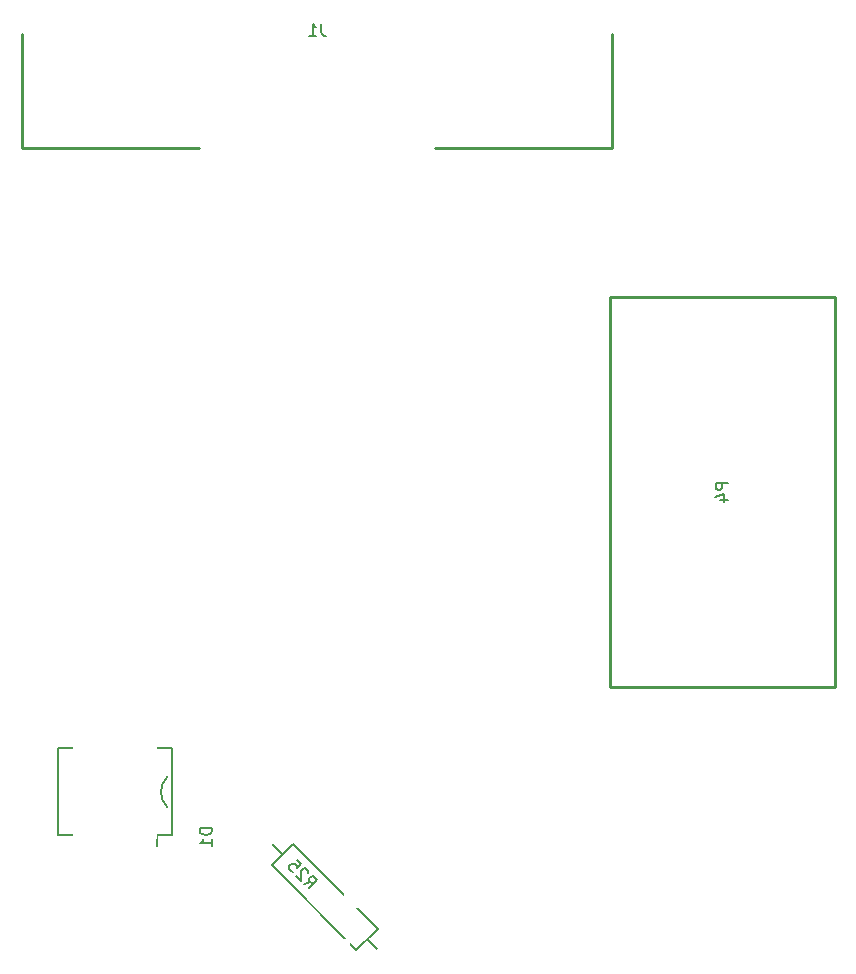
<source format=gbo>
G04 #@! TF.FileFunction,Legend,Bot*
%FSLAX46Y46*%
G04 Gerber Fmt 4.6, Leading zero omitted, Abs format (unit mm)*
G04 Created by KiCad (PCBNEW 4.0.1-3.201512221402+6198~38~ubuntu15.04.1-stable) date Tue 02 Feb 2016 09:09:18 AM EST*
%MOMM*%
G01*
G04 APERTURE LIST*
%ADD10C,0.100000*%
%ADD11C,0.150000*%
%ADD12C,0.254000*%
%ADD13C,2.305000*%
%ADD14C,2.398980*%
%ADD15C,1.924000*%
%ADD16O,2.000000X2.000000*%
%ADD17R,1.797000X1.797000*%
%ADD18C,1.797000*%
%ADD19C,2.940000*%
%ADD20C,1.900000*%
%ADD21R,2.432000X2.432000*%
%ADD22O,2.432000X2.432000*%
%ADD23R,2.127200X2.432000*%
%ADD24O,2.127200X2.432000*%
%ADD25C,2.178000*%
%ADD26R,2.224000X1.924000*%
%ADD27O,2.224000X1.924000*%
%ADD28C,5.480000*%
%ADD29R,1.700000X1.700000*%
%ADD30C,1.700000*%
%ADD31R,2.940000X2.940000*%
%ADD32R,1.800000X1.800000*%
%ADD33C,1.800000*%
%ADD34C,3.448000*%
%ADD35C,3.702000*%
%ADD36C,1.543000*%
%ADD37C,4.210000*%
%ADD38C,6.750000*%
G04 APERTURE END LIST*
D10*
D11*
X171450000Y-107315000D02*
G75*
G02X171450000Y-104775000I1270000J1270000D01*
G01*
X171840000Y-109720000D02*
X170570000Y-109720000D01*
X171840000Y-102370000D02*
X170570000Y-102370000D01*
X162170000Y-102370000D02*
X163440000Y-102370000D01*
X162170000Y-109720000D02*
X163440000Y-109720000D01*
X171840000Y-109720000D02*
X171840000Y-102370000D01*
X162170000Y-109720000D02*
X162170000Y-102370000D01*
X170570000Y-109720000D02*
X170570000Y-110655000D01*
X189275128Y-117629077D02*
X187479077Y-119425128D01*
X187479077Y-119425128D02*
X180294872Y-112240923D01*
X180294872Y-112240923D02*
X182090923Y-110444872D01*
X182090923Y-110444872D02*
X189275128Y-117629077D01*
X180294872Y-110444872D02*
X181192898Y-111342898D01*
X189275128Y-119425128D02*
X188377102Y-118527102D01*
D12*
X227965000Y-97155000D02*
X227965000Y-64135000D01*
X227965000Y-64135000D02*
X208915000Y-64135000D01*
X208915000Y-64135000D02*
X208915000Y-97155000D01*
X208915000Y-97155000D02*
X227965000Y-97155000D01*
X174150000Y-51559993D02*
X159150000Y-51559993D01*
X159150000Y-51559993D02*
X159150000Y-41910000D01*
X209150000Y-51559993D02*
X194150000Y-51559993D01*
X209150000Y-41910000D02*
X209150000Y-51559993D01*
D11*
X175217381Y-109116905D02*
X174217381Y-109116905D01*
X174217381Y-109355000D01*
X174265000Y-109497858D01*
X174360238Y-109593096D01*
X174455476Y-109640715D01*
X174645952Y-109688334D01*
X174788810Y-109688334D01*
X174979286Y-109640715D01*
X175074524Y-109593096D01*
X175169762Y-109497858D01*
X175217381Y-109355000D01*
X175217381Y-109116905D01*
X175217381Y-110640715D02*
X175217381Y-110069286D01*
X175217381Y-110355000D02*
X174217381Y-110355000D01*
X174360238Y-110259762D01*
X174455476Y-110164524D01*
X174503095Y-110069286D01*
X183014687Y-113804450D02*
X183587107Y-113703435D01*
X183418748Y-114208512D02*
X184125855Y-113501405D01*
X183856481Y-113232030D01*
X183755465Y-113198359D01*
X183688122Y-113198359D01*
X183587107Y-113232030D01*
X183486092Y-113333045D01*
X183452420Y-113434061D01*
X183452420Y-113501404D01*
X183486092Y-113602419D01*
X183755466Y-113871794D01*
X183385076Y-112895313D02*
X183385076Y-112827970D01*
X183351405Y-112726955D01*
X183183045Y-112558595D01*
X183082030Y-112524924D01*
X183014687Y-112524924D01*
X182913672Y-112558595D01*
X182846328Y-112625939D01*
X182778985Y-112760626D01*
X182778985Y-113568748D01*
X182341252Y-113131015D01*
X182408595Y-111784145D02*
X182745313Y-112120863D01*
X182442268Y-112491252D01*
X182442268Y-112423908D01*
X182408596Y-112322893D01*
X182240237Y-112154534D01*
X182139222Y-112120862D01*
X182071878Y-112120862D01*
X181970862Y-112154535D01*
X181802504Y-112322893D01*
X181768832Y-112423908D01*
X181768832Y-112491252D01*
X181802504Y-112592267D01*
X181970863Y-112760626D01*
X182071878Y-112794298D01*
X182139222Y-112794298D01*
X218892381Y-79906905D02*
X217892381Y-79906905D01*
X217892381Y-80287858D01*
X217940000Y-80383096D01*
X217987619Y-80430715D01*
X218082857Y-80478334D01*
X218225714Y-80478334D01*
X218320952Y-80430715D01*
X218368571Y-80383096D01*
X218416190Y-80287858D01*
X218416190Y-79906905D01*
X218225714Y-81335477D02*
X218892381Y-81335477D01*
X217844762Y-81097381D02*
X218559048Y-80859286D01*
X218559048Y-81478334D01*
X184483333Y-41012374D02*
X184483333Y-41726660D01*
X184530953Y-41869517D01*
X184626191Y-41964755D01*
X184769048Y-42012374D01*
X184864286Y-42012374D01*
X183483333Y-42012374D02*
X184054762Y-42012374D01*
X183769048Y-42012374D02*
X183769048Y-41012374D01*
X183864286Y-41155231D01*
X183959524Y-41250469D01*
X184054762Y-41298088D01*
%LPC*%
D13*
X158750000Y-116205000D03*
X158750000Y-113665000D03*
X158750000Y-118745000D03*
D14*
X98044000Y-79202409D03*
X103124000Y-70403591D03*
D15*
X106661681Y-72349247D03*
X108294361Y-70403494D03*
X105029000Y-74295000D03*
X113792000Y-76200000D03*
X111252000Y-76200000D03*
X116332000Y-76200000D03*
X95885000Y-86995000D03*
X98425000Y-86995000D03*
X93345000Y-86995000D03*
D16*
X169545000Y-109855000D03*
X164465000Y-109855000D03*
X164465000Y-102235000D03*
X169545000Y-102235000D03*
D17*
X207645000Y-119380000D03*
D18*
X207645000Y-111760000D03*
D17*
X95250000Y-108585000D03*
D18*
X95250000Y-100965000D03*
D17*
X93091000Y-98171000D03*
D18*
X93091000Y-90551000D03*
D17*
X102235000Y-108585000D03*
D18*
X102235000Y-100965000D03*
D17*
X101727000Y-96901000D03*
D18*
X101727000Y-89281000D03*
D17*
X109220000Y-108585000D03*
D18*
X109220000Y-100965000D03*
D17*
X109855000Y-95377000D03*
D18*
X109855000Y-87757000D03*
D17*
X117983000Y-108839000D03*
D18*
X117983000Y-101219000D03*
D17*
X117348000Y-94107000D03*
D18*
X117348000Y-86487000D03*
D19*
X214630000Y-53340000D03*
X214630000Y-58420000D03*
X222250000Y-58420000D03*
X222250000Y-53340000D03*
X147955000Y-82550000D03*
X153035000Y-82550000D03*
X153035000Y-74930000D03*
X147955000Y-74930000D03*
D20*
X64540000Y-116570000D03*
X66540000Y-116570000D03*
X62540000Y-116570000D03*
X60540000Y-116570000D03*
X58540000Y-116570000D03*
X56540000Y-116570000D03*
X57540000Y-114570000D03*
X59540000Y-114570000D03*
X61540000Y-114570000D03*
X63540000Y-114570000D03*
X65540000Y-114570000D03*
X67540000Y-114570000D03*
X68540000Y-116570000D03*
X69540000Y-114570000D03*
X70540000Y-116570000D03*
X71540000Y-114570000D03*
X72540000Y-116570000D03*
X73540000Y-114570000D03*
X74540000Y-116570000D03*
X75540000Y-114570000D03*
D19*
X219075000Y-118745000D03*
X213075000Y-116745000D03*
X213075000Y-104545000D03*
X225075000Y-116745000D03*
D21*
X53340000Y-55245000D03*
D22*
X53340000Y-57785000D03*
D23*
X66040000Y-62230000D03*
D24*
X63500000Y-62230000D03*
X60960000Y-62230000D03*
X58420000Y-62230000D03*
X55880000Y-62230000D03*
X53340000Y-62230000D03*
D23*
X137668000Y-80899000D03*
D24*
X135128000Y-80899000D03*
X132588000Y-80899000D03*
X130048000Y-80899000D03*
D21*
X95631000Y-82423000D03*
D22*
X98171000Y-82423000D03*
D15*
X196850000Y-114935000D03*
X196850000Y-112395000D03*
X199390000Y-114935000D03*
X199390000Y-112395000D03*
X201930000Y-114935000D03*
X201930000Y-112395000D03*
X187325000Y-114935000D03*
X187325000Y-112395000D03*
X189865000Y-114935000D03*
X189865000Y-112395000D03*
X192405000Y-114935000D03*
X192405000Y-112395000D03*
X78105000Y-41275000D03*
X80645000Y-41275000D03*
X75565000Y-41275000D03*
D25*
X205480000Y-106045000D03*
X203200000Y-106045000D03*
X200920000Y-106045000D03*
X90805000Y-102495000D03*
X90805000Y-104775000D03*
X90805000Y-107055000D03*
X97790000Y-96387000D03*
X97790000Y-94107000D03*
X97790000Y-91827000D03*
D15*
X104013000Y-80010000D03*
X101473000Y-80010000D03*
X106553000Y-80010000D03*
D25*
X98425000Y-101225000D03*
X98425000Y-103505000D03*
X98425000Y-105785000D03*
X105918000Y-95625000D03*
X105918000Y-93345000D03*
X105918000Y-91065000D03*
D15*
X103378000Y-85344000D03*
X105918000Y-85344000D03*
X100838000Y-85344000D03*
X114300000Y-83185000D03*
X114300000Y-85725000D03*
X114300000Y-80645000D03*
D25*
X105410000Y-101225000D03*
X105410000Y-103505000D03*
X105410000Y-105785000D03*
X114046000Y-94863000D03*
X114046000Y-92583000D03*
X114046000Y-90303000D03*
D15*
X109855000Y-81915000D03*
X109855000Y-84455000D03*
X109855000Y-79375000D03*
D25*
X114173000Y-101606000D03*
X114173000Y-103886000D03*
X114173000Y-106166000D03*
X121158000Y-93466000D03*
X121158000Y-91186000D03*
X121158000Y-88906000D03*
D15*
X124460000Y-85725000D03*
X124460000Y-88265000D03*
X124460000Y-83185000D03*
X80010000Y-106045000D03*
X82550000Y-106045000D03*
X77470000Y-106045000D03*
D14*
X60452000Y-89154000D03*
X60452000Y-99314000D03*
X57150000Y-58420000D03*
X67310000Y-58420000D03*
X92075000Y-45720000D03*
X81915000Y-45720000D03*
X92075000Y-58928000D03*
X81915000Y-58928000D03*
X92075000Y-53340000D03*
X81915000Y-53340000D03*
X92075000Y-55880000D03*
X81915000Y-55880000D03*
X81915000Y-43180000D03*
X92075000Y-43180000D03*
X82423000Y-74930000D03*
X92583000Y-74930000D03*
X81915000Y-77470000D03*
X92075000Y-77470000D03*
X92075000Y-80010000D03*
X81915000Y-80010000D03*
X92075000Y-82550000D03*
X81915000Y-82550000D03*
X87884000Y-85725000D03*
X77724000Y-85725000D03*
X85090000Y-88265000D03*
X74930000Y-88265000D03*
X78740000Y-119380000D03*
X78740000Y-109220000D03*
X195834000Y-102235000D03*
X205994000Y-102235000D03*
X193675000Y-119380000D03*
X203835000Y-119380000D03*
X190088301Y-120238301D03*
X179481699Y-109631699D03*
X92075000Y-50800000D03*
X81915000Y-50800000D03*
X95123000Y-79075409D03*
X100203000Y-70276591D03*
X92075000Y-48260000D03*
X81915000Y-48260000D03*
X125095000Y-70485000D03*
X125095000Y-80645000D03*
X142875000Y-72390000D03*
X132715000Y-72390000D03*
X130810000Y-74930000D03*
X140970000Y-74930000D03*
X104285191Y-117415000D03*
X91294809Y-109915000D03*
X111270191Y-117415000D03*
X98279809Y-109915000D03*
X118255191Y-117415000D03*
X105264809Y-109915000D03*
X125240191Y-117415000D03*
X112249809Y-109915000D03*
X121920000Y-80645000D03*
X121920000Y-70485000D03*
X106471494Y-77052361D03*
X114254506Y-70521639D03*
X118745000Y-80645000D03*
X118745000Y-70485000D03*
X81280000Y-109220000D03*
X81280000Y-119380000D03*
X88138000Y-97536000D03*
X88138000Y-107696000D03*
X74676000Y-110490000D03*
X74676000Y-100330000D03*
X83820000Y-119380000D03*
X83820000Y-109220000D03*
X86564177Y-114687867D03*
X96569823Y-116452133D03*
X61849000Y-101981000D03*
X72009000Y-101981000D03*
X65532000Y-99314000D03*
X65532000Y-89154000D03*
X62992000Y-89154000D03*
X62992000Y-99314000D03*
D26*
X55880000Y-67310000D03*
D27*
X63500000Y-67310000D03*
X55880000Y-69850000D03*
X63500000Y-69850000D03*
X55880000Y-72390000D03*
X63500000Y-72390000D03*
X55880000Y-74930000D03*
X63500000Y-74930000D03*
X55880000Y-77470000D03*
X63500000Y-77470000D03*
X55880000Y-80010000D03*
X63500000Y-80010000D03*
X55880000Y-82550000D03*
X63500000Y-82550000D03*
X55880000Y-85090000D03*
X63500000Y-85090000D03*
D13*
X55920000Y-45720000D03*
X60920000Y-45720000D03*
D28*
X202692000Y-64770000D03*
X202692000Y-74930000D03*
X202692000Y-85090000D03*
X202692000Y-95250000D03*
X165608000Y-64770000D03*
X165608000Y-74930000D03*
X165608000Y-85090000D03*
X165608000Y-95250000D03*
D16*
X78740000Y-81280000D03*
X78740000Y-78740000D03*
X78740000Y-76200000D03*
X78740000Y-73660000D03*
X78740000Y-71120000D03*
X78740000Y-68580000D03*
X78740000Y-66040000D03*
X78740000Y-63500000D03*
X78740000Y-60960000D03*
X78740000Y-58420000D03*
X78740000Y-55880000D03*
X78740000Y-53340000D03*
X78740000Y-50800000D03*
X78740000Y-48260000D03*
X71120000Y-48260000D03*
X71120000Y-50800000D03*
X71120000Y-53340000D03*
X71120000Y-55880000D03*
X71120000Y-58420000D03*
X71120000Y-60960000D03*
X71120000Y-63500000D03*
X71120000Y-66040000D03*
X71120000Y-68580000D03*
X71120000Y-71120000D03*
X71120000Y-73660000D03*
X71120000Y-76200000D03*
X71120000Y-78740000D03*
X71120000Y-81280000D03*
X77470000Y-92710000D03*
X77470000Y-95250000D03*
X77470000Y-97790000D03*
X77470000Y-100330000D03*
X85090000Y-100330000D03*
X85090000Y-97790000D03*
X85090000Y-95250000D03*
X85090000Y-92710000D03*
X82550000Y-62865000D03*
X82550000Y-65405000D03*
X82550000Y-67945000D03*
X82550000Y-70485000D03*
X90170000Y-70485000D03*
X90170000Y-67945000D03*
X90170000Y-65405000D03*
X90170000Y-62865000D03*
D15*
X89535000Y-91440000D03*
X89535000Y-88900000D03*
X89535000Y-93980000D03*
D29*
X66040000Y-54610000D03*
D30*
X63540000Y-54610000D03*
D31*
X139700000Y-107950000D03*
D19*
X139700000Y-97950000D03*
D32*
X186055000Y-119380000D03*
D33*
X181055000Y-119380000D03*
D29*
X154305000Y-120015000D03*
D30*
X154305000Y-117515000D03*
D32*
X86741000Y-119380000D03*
D33*
X91741000Y-119380000D03*
D32*
X70866000Y-109347000D03*
D33*
X70866000Y-104347000D03*
D32*
X67691000Y-85979000D03*
D33*
X67691000Y-90979000D03*
D32*
X68580000Y-95123000D03*
D33*
X73580000Y-95123000D03*
D34*
X213360000Y-45313600D03*
X220345000Y-45313600D03*
D35*
X222885000Y-90170000D03*
X222885000Y-80645000D03*
X222885000Y-71120000D03*
D36*
X148590000Y-110490000D03*
X148590000Y-103505000D03*
X181610000Y-106680000D03*
X178435000Y-106045000D03*
X70485000Y-84201000D03*
X72136000Y-84201000D03*
X73787000Y-84201000D03*
X67564000Y-106680000D03*
X88646000Y-82296000D03*
X92583000Y-70866000D03*
X100203000Y-75184000D03*
X66040000Y-50546000D03*
X67564000Y-82804000D03*
D37*
X177150000Y-51559993D03*
X184150000Y-51559993D03*
X191150000Y-51559993D03*
D38*
X203900000Y-44259993D03*
X164400000Y-44259993D03*
M02*

</source>
